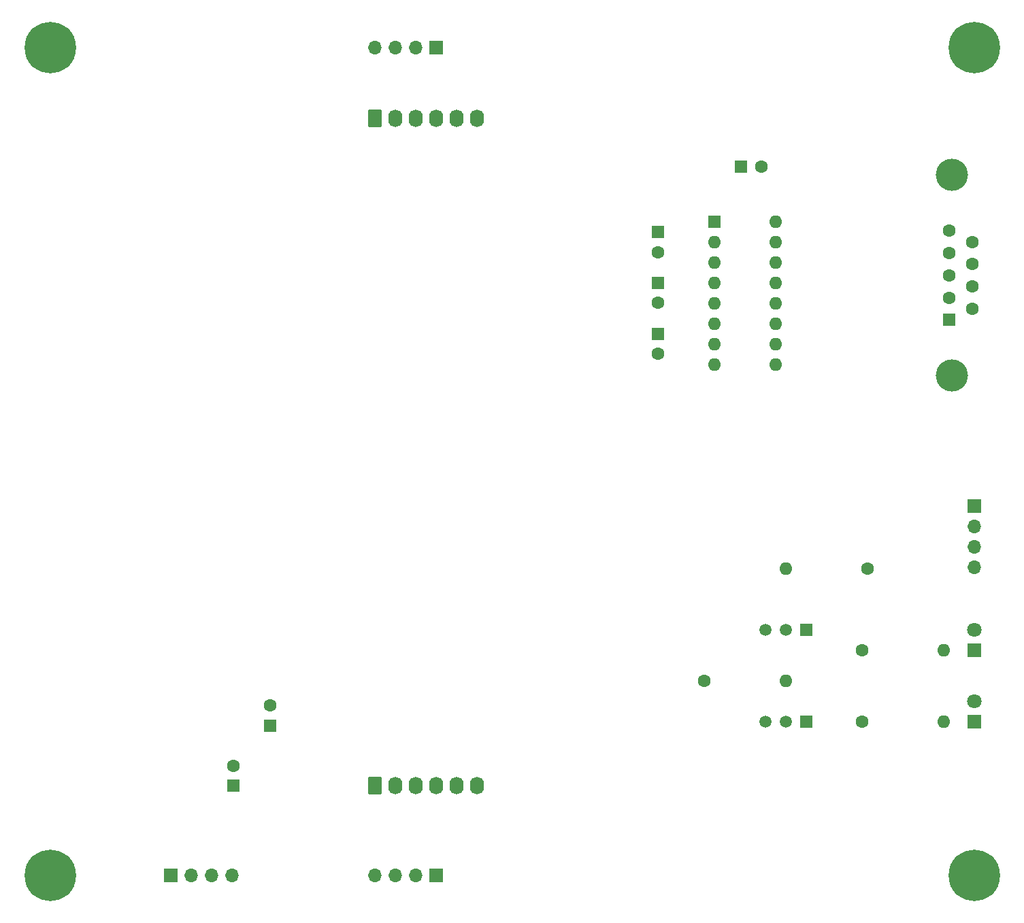
<source format=gbr>
%TF.GenerationSoftware,KiCad,Pcbnew,(6.0.4-0)*%
%TF.CreationDate,2024-05-14T18:17:28+10:00*%
%TF.ProjectId,RS232,52533233-322e-46b6-9963-61645f706362,rev?*%
%TF.SameCoordinates,Original*%
%TF.FileFunction,Soldermask,Top*%
%TF.FilePolarity,Negative*%
%FSLAX46Y46*%
G04 Gerber Fmt 4.6, Leading zero omitted, Abs format (unit mm)*
G04 Created by KiCad (PCBNEW (6.0.4-0)) date 2024-05-14 18:17:28*
%MOMM*%
%LPD*%
G01*
G04 APERTURE LIST*
G04 Aperture macros list*
%AMRoundRect*
0 Rectangle with rounded corners*
0 $1 Rounding radius*
0 $2 $3 $4 $5 $6 $7 $8 $9 X,Y pos of 4 corners*
0 Add a 4 corners polygon primitive as box body*
4,1,4,$2,$3,$4,$5,$6,$7,$8,$9,$2,$3,0*
0 Add four circle primitives for the rounded corners*
1,1,$1+$1,$2,$3*
1,1,$1+$1,$4,$5*
1,1,$1+$1,$6,$7*
1,1,$1+$1,$8,$9*
0 Add four rect primitives between the rounded corners*
20,1,$1+$1,$2,$3,$4,$5,0*
20,1,$1+$1,$4,$5,$6,$7,0*
20,1,$1+$1,$6,$7,$8,$9,0*
20,1,$1+$1,$8,$9,$2,$3,0*%
G04 Aperture macros list end*
%ADD10R,1.600000X1.600000*%
%ADD11C,1.600000*%
%ADD12C,0.800000*%
%ADD13C,6.400000*%
%ADD14C,4.000000*%
%ADD15O,1.600000X1.600000*%
%ADD16R,1.800000X1.800000*%
%ADD17C,1.800000*%
%ADD18R,1.500000X1.500000*%
%ADD19C,1.500000*%
%ADD20RoundRect,0.249999X-0.620001X-0.845001X0.620001X-0.845001X0.620001X0.845001X-0.620001X0.845001X0*%
%ADD21O,1.740000X2.190000*%
%ADD22R,1.700000X1.700000*%
%ADD23O,1.700000X1.700000*%
G04 APERTURE END LIST*
D10*
%TO.C,C6*%
X57785000Y-116840000D03*
D11*
X57785000Y-114340000D03*
%TD*%
D10*
%TO.C,C8*%
X62400000Y-109382380D03*
D11*
X62400000Y-106882380D03*
%TD*%
D12*
%TO.C,H1*%
X151697056Y-126302944D03*
D13*
X150000000Y-128000000D03*
D12*
X152400000Y-128000000D03*
X150000000Y-125600000D03*
X148302944Y-126302944D03*
X150000000Y-130400000D03*
X151697056Y-129697056D03*
X148302944Y-129697056D03*
X147600000Y-128000000D03*
%TD*%
%TO.C,H2*%
X37400000Y-25000000D03*
X36697056Y-26697056D03*
X35000000Y-27400000D03*
X33302944Y-23302944D03*
X33302944Y-26697056D03*
D13*
X35000000Y-25000000D03*
D12*
X32600000Y-25000000D03*
X36697056Y-23302944D03*
X35000000Y-22600000D03*
%TD*%
%TO.C,H4*%
X148302944Y-26697056D03*
X148302944Y-23302944D03*
X152400000Y-25000000D03*
X147600000Y-25000000D03*
X151697056Y-23302944D03*
X150000000Y-27400000D03*
D13*
X150000000Y-25000000D03*
D12*
X150000000Y-22600000D03*
X151697056Y-26697056D03*
%TD*%
D10*
%TO.C,C1*%
X110645000Y-47950000D03*
D11*
X110645000Y-50450000D03*
%TD*%
D10*
%TO.C,C2*%
X120980000Y-39755000D03*
D11*
X123480000Y-39755000D03*
%TD*%
D10*
%TO.C,C4*%
X110645000Y-54260000D03*
D11*
X110645000Y-56760000D03*
%TD*%
D14*
%TO.C,J1*%
X147180000Y-65815000D03*
X147180000Y-40815000D03*
D10*
X146880000Y-58855000D03*
D11*
X146880000Y-56085000D03*
X146880000Y-53315000D03*
X146880000Y-50545000D03*
X146880000Y-47775000D03*
X149720000Y-57470000D03*
X149720000Y-54700000D03*
X149720000Y-51930000D03*
X149720000Y-49160000D03*
%TD*%
D10*
%TO.C,U1*%
X117630000Y-46640000D03*
D15*
X117630000Y-49180000D03*
X117630000Y-51720000D03*
X117630000Y-54260000D03*
X117630000Y-56800000D03*
X117630000Y-59340000D03*
X117630000Y-61880000D03*
X117630000Y-64420000D03*
X125250000Y-64420000D03*
X125250000Y-61880000D03*
X125250000Y-59340000D03*
X125250000Y-56800000D03*
X125250000Y-54260000D03*
X125250000Y-51720000D03*
X125250000Y-49180000D03*
X125250000Y-46640000D03*
%TD*%
D10*
%TO.C,C3*%
X110645000Y-60610000D03*
D11*
X110645000Y-63110000D03*
%TD*%
D16*
%TO.C,D1*%
X150015000Y-108870000D03*
D17*
X150015000Y-106330000D03*
%TD*%
D16*
%TO.C,D3*%
X150015000Y-99980000D03*
D17*
X150015000Y-97440000D03*
%TD*%
D18*
%TO.C,Q1*%
X129060000Y-108870000D03*
D19*
X126520000Y-108870000D03*
X123980000Y-108870000D03*
%TD*%
D18*
%TO.C,Q2*%
X129060000Y-97440000D03*
D19*
X126520000Y-97440000D03*
X123980000Y-97440000D03*
%TD*%
D11*
%TO.C,R1*%
X136045000Y-99980000D03*
D15*
X146205000Y-99980000D03*
%TD*%
D11*
%TO.C,R2*%
X116360000Y-103790000D03*
D15*
X126520000Y-103790000D03*
%TD*%
D11*
%TO.C,R3*%
X136680000Y-89820000D03*
D15*
X126520000Y-89820000D03*
%TD*%
D11*
%TO.C,R10*%
X136045000Y-108870000D03*
D15*
X146205000Y-108870000D03*
%TD*%
D20*
%TO.C,J10*%
X75400000Y-116840000D03*
D21*
X77940000Y-116840000D03*
X80480000Y-116840000D03*
X83020000Y-116840000D03*
X85560000Y-116840000D03*
X88100000Y-116840000D03*
%TD*%
D20*
%TO.C,J11*%
X75400000Y-33800000D03*
D21*
X77940000Y-33800000D03*
X80480000Y-33800000D03*
X83020000Y-33800000D03*
X85560000Y-33800000D03*
X88100000Y-33800000D03*
%TD*%
D12*
%TO.C,H3*%
X35000000Y-130400000D03*
X33302944Y-129697056D03*
X35000000Y-125600000D03*
X32600000Y-128000000D03*
X33302944Y-126302944D03*
D13*
X35000000Y-128000000D03*
D12*
X36697056Y-126302944D03*
X37400000Y-128000000D03*
X36697056Y-129697056D03*
%TD*%
D22*
%TO.C,J6*%
X50000000Y-128000000D03*
D23*
X52540000Y-128000000D03*
X55080000Y-128000000D03*
X57620000Y-128000000D03*
%TD*%
D22*
%TO.C,J7*%
X83000000Y-128000000D03*
D23*
X80460000Y-128000000D03*
X77920000Y-128000000D03*
X75380000Y-128000000D03*
%TD*%
D22*
%TO.C,J9*%
X83000000Y-25000000D03*
D23*
X80460000Y-25000000D03*
X77920000Y-25000000D03*
X75380000Y-25000000D03*
%TD*%
D22*
%TO.C,J5*%
X150015000Y-82000000D03*
D23*
X150015000Y-84540000D03*
X150015000Y-87080000D03*
X150015000Y-89620000D03*
%TD*%
M02*

</source>
